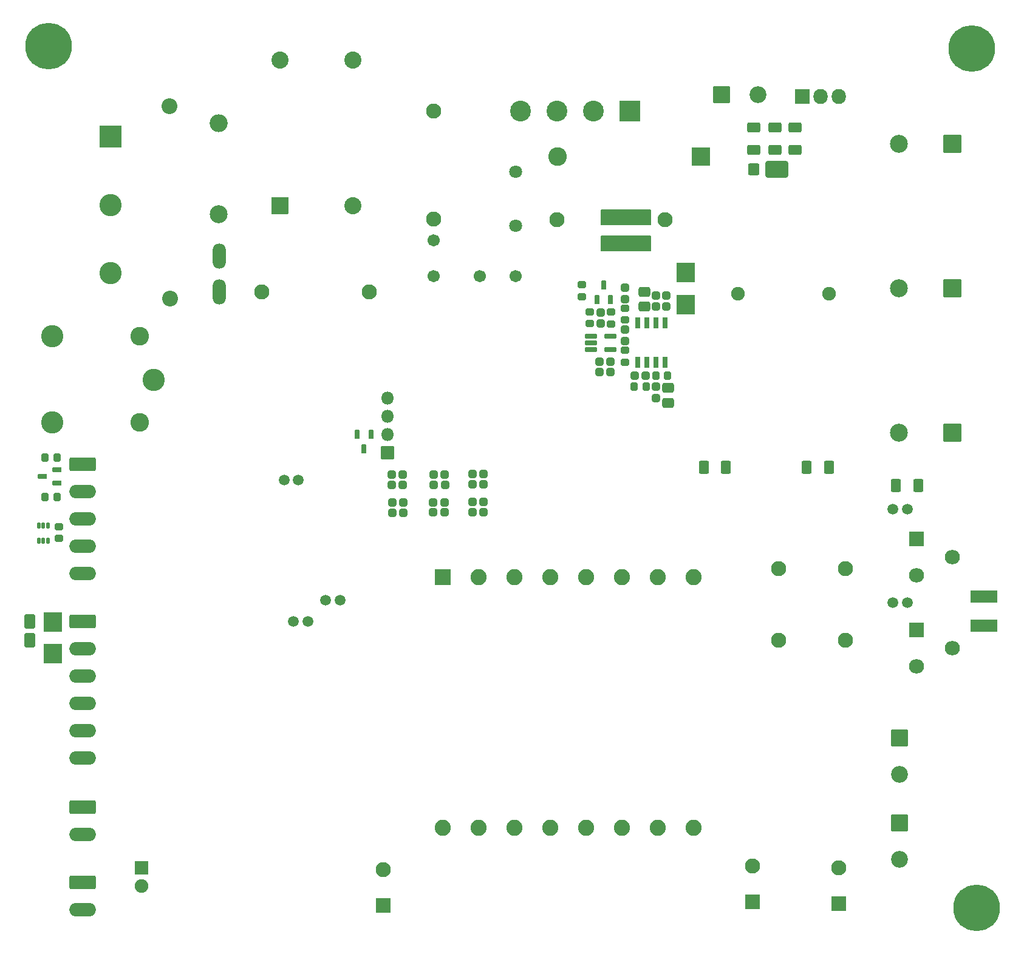
<source format=gbr>
%TF.GenerationSoftware,KiCad,Pcbnew,8.0.4*%
%TF.CreationDate,2024-10-07T12:26:18+07:00*%
%TF.ProjectId,PFC & LLC,50464320-2620-44c4-9c43-2e6b69636164,rev?*%
%TF.SameCoordinates,Original*%
%TF.FileFunction,Soldermask,Bot*%
%TF.FilePolarity,Negative*%
%FSLAX46Y46*%
G04 Gerber Fmt 4.6, Leading zero omitted, Abs format (unit mm)*
G04 Created by KiCad (PCBNEW 8.0.4) date 2024-10-07 12:26:18*
%MOMM*%
%LPD*%
G01*
G04 APERTURE LIST*
G04 Aperture macros list*
%AMRoundRect*
0 Rectangle with rounded corners*
0 $1 Rounding radius*
0 $2 $3 $4 $5 $6 $7 $8 $9 X,Y pos of 4 corners*
0 Add a 4 corners polygon primitive as box body*
4,1,4,$2,$3,$4,$5,$6,$7,$8,$9,$2,$3,0*
0 Add four circle primitives for the rounded corners*
1,1,$1+$1,$2,$3*
1,1,$1+$1,$4,$5*
1,1,$1+$1,$6,$7*
1,1,$1+$1,$8,$9*
0 Add four rect primitives between the rounded corners*
20,1,$1+$1,$2,$3,$4,$5,0*
20,1,$1+$1,$4,$5,$6,$7,0*
20,1,$1+$1,$6,$7,$8,$9,0*
20,1,$1+$1,$8,$9,$2,$3,0*%
G04 Aperture macros list end*
%ADD10C,0.200000*%
%ADD11RoundRect,0.050800X1.250000X1.250000X-1.250000X1.250000X-1.250000X-1.250000X1.250000X-1.250000X0*%
%ADD12C,2.601600*%
%ADD13C,3.101600*%
%ADD14RoundRect,0.050800X-0.900000X0.900000X-0.900000X-0.900000X0.900000X-0.900000X0.900000X0.900000X0*%
%ADD15C,1.901600*%
%ADD16RoundRect,0.050800X1.000000X-1.000000X1.000000X1.000000X-1.000000X1.000000X-1.000000X-1.000000X0*%
%ADD17C,2.101600*%
%ADD18RoundRect,0.050800X1.400000X1.400000X-1.400000X1.400000X-1.400000X-1.400000X1.400000X-1.400000X0*%
%ADD19C,2.901600*%
%ADD20RoundRect,0.050800X-1.000000X0.952500X-1.000000X-0.952500X1.000000X-0.952500X1.000000X0.952500X0*%
%ADD21O,2.101600X2.006600*%
%ADD22C,1.501600*%
%ADD23C,0.901600*%
%ADD24C,6.501600*%
%ADD25RoundRect,0.264111X-1.586689X0.686689X-1.586689X-0.686689X1.586689X-0.686689X1.586689X0.686689X0*%
%ADD26O,3.701600X1.901600*%
%ADD27RoundRect,0.050800X-1.117600X1.117600X-1.117600X-1.117600X1.117600X-1.117600X1.117600X1.117600X0*%
%ADD28C,2.336800*%
%ADD29C,2.204000*%
%ADD30RoundRect,0.050800X-1.500000X1.500000X-1.500000X-1.500000X1.500000X-1.500000X1.500000X1.500000X0*%
%ADD31RoundRect,0.050800X0.850000X0.850000X-0.850000X0.850000X-0.850000X-0.850000X0.850000X-0.850000X0*%
%ADD32O,1.801600X1.801600*%
%ADD33RoundRect,0.050800X1.075000X-1.075000X1.075000X1.075000X-1.075000X1.075000X-1.075000X-1.075000X0*%
%ADD34C,2.251600*%
%ADD35O,1.854000X3.504000*%
%ADD36RoundRect,0.050800X1.200000X1.200000X-1.200000X1.200000X-1.200000X-1.200000X1.200000X-1.200000X0*%
%ADD37C,2.501600*%
%ADD38RoundRect,0.050800X-1.117600X-1.117600X1.117600X-1.117600X1.117600X1.117600X-1.117600X1.117600X0*%
%ADD39RoundRect,0.050800X-0.952500X-1.000000X0.952500X-1.000000X0.952500X1.000000X-0.952500X1.000000X0*%
%ADD40O,2.006600X2.101600*%
%ADD41C,1.701600*%
%ADD42C,1.801600*%
%ADD43C,1.904000*%
%ADD44RoundRect,0.050800X1.143000X-1.143000X1.143000X1.143000X-1.143000X1.143000X-1.143000X-1.143000X0*%
%ADD45C,2.387600*%
%ADD46O,2.501600X2.501600*%
%ADD47RoundRect,0.276000X0.301000X-0.276000X0.301000X0.276000X-0.301000X0.276000X-0.301000X-0.276000X0*%
%ADD48RoundRect,0.293404X0.533596X-0.396096X0.533596X0.396096X-0.533596X0.396096X-0.533596X-0.396096X0*%
%ADD49RoundRect,0.102000X1.755000X-0.785000X1.755000X0.785000X-1.755000X0.785000X-1.755000X-0.785000X0*%
%ADD50RoundRect,0.276000X-0.276000X-0.301000X0.276000X-0.301000X0.276000X0.301000X-0.276000X0.301000X0*%
%ADD51RoundRect,0.269539X-0.431261X-0.656261X0.431261X-0.656261X0.431261X0.656261X-0.431261X0.656261X0*%
%ADD52RoundRect,0.050800X0.177800X-0.368300X0.177800X0.368300X-0.177800X0.368300X-0.177800X-0.368300X0*%
%ADD53RoundRect,0.259080X-0.502920X0.747920X-0.502920X-0.747920X0.502920X-0.747920X0.502920X0.747920X0*%
%ADD54RoundRect,0.269539X0.656261X-0.431261X0.656261X0.431261X-0.656261X0.431261X-0.656261X-0.431261X0*%
%ADD55RoundRect,0.276000X-0.301000X0.276000X-0.301000X-0.276000X0.301000X-0.276000X0.301000X0.276000X0*%
%ADD56RoundRect,0.251000X-0.326000X0.251000X-0.326000X-0.251000X0.326000X-0.251000X0.326000X0.251000X0*%
%ADD57RoundRect,0.276000X0.276000X0.301000X-0.276000X0.301000X-0.276000X-0.301000X0.276000X-0.301000X0*%
%ADD58RoundRect,0.261545X1.339255X0.889255X-1.339255X0.889255X-1.339255X-0.889255X1.339255X-0.889255X0*%
%ADD59RoundRect,0.266933X0.533867X0.543867X-0.533867X0.543867X-0.533867X-0.543867X0.533867X-0.543867X0*%
%ADD60RoundRect,0.050800X-0.266700X-0.584200X0.266700X-0.584200X0.266700X0.584200X-0.266700X0.584200X0*%
%ADD61RoundRect,0.187900X-0.642900X-0.187900X0.642900X-0.187900X0.642900X0.187900X-0.642900X0.187900X0*%
%ADD62RoundRect,0.050800X0.266700X0.584200X-0.266700X0.584200X-0.266700X-0.584200X0.266700X-0.584200X0*%
%ADD63RoundRect,0.251000X0.251000X0.326000X-0.251000X0.326000X-0.251000X-0.326000X0.251000X-0.326000X0*%
%ADD64RoundRect,0.102000X-1.200000X-1.250000X1.200000X-1.250000X1.200000X1.250000X-1.200000X1.250000X0*%
%ADD65RoundRect,0.050800X0.266700X-0.730250X0.266700X0.730250X-0.266700X0.730250X-0.266700X-0.730250X0*%
%ADD66RoundRect,0.102000X1.200000X1.250000X-1.200000X1.250000X-1.200000X-1.250000X1.200000X-1.250000X0*%
%ADD67RoundRect,0.251000X0.326000X-0.251000X0.326000X0.251000X-0.326000X0.251000X-0.326000X-0.251000X0*%
%ADD68RoundRect,0.050800X-0.584200X0.266700X-0.584200X-0.266700X0.584200X-0.266700X0.584200X0.266700X0*%
%ADD69RoundRect,0.293404X-0.533596X0.396096X-0.533596X-0.396096X0.533596X-0.396096X0.533596X0.396096X0*%
G04 APERTURE END LIST*
D10*
X104025400Y-57734200D02*
X110908800Y-57734200D01*
X110908800Y-59791600D01*
X104025400Y-59791600D01*
X104025400Y-57734200D01*
G36*
X104025400Y-57734200D02*
G01*
X110908800Y-57734200D01*
X110908800Y-59791600D01*
X104025400Y-59791600D01*
X104025400Y-57734200D01*
G37*
X104038400Y-61384800D02*
X110921800Y-61384800D01*
X110921800Y-63442200D01*
X104038400Y-63442200D01*
X104038400Y-61384800D01*
G36*
X104038400Y-61384800D02*
G01*
X110921800Y-61384800D01*
X110921800Y-63442200D01*
X104038400Y-63442200D01*
X104038400Y-61384800D01*
G37*
D11*
%TO.C,D4*%
X117980000Y-50310400D03*
D12*
X97920000Y-50310400D03*
%TD*%
D13*
%TO.C,K1*%
X41689600Y-81399200D03*
D12*
X39739600Y-75349200D03*
D13*
X27539600Y-75349200D03*
X27489600Y-87399200D03*
D12*
X39739600Y-87349200D03*
%TD*%
D14*
%TO.C,D9*%
X39981100Y-149493200D03*
D15*
X39981100Y-152033200D03*
%TD*%
D16*
%TO.C,C38*%
X137185400Y-154504400D03*
D17*
X137185400Y-149504400D03*
%TD*%
D18*
%TO.C,D2*%
X108039900Y-43953000D03*
D19*
X102959900Y-43953000D03*
X97879900Y-43953000D03*
X92799900Y-43953000D03*
%TD*%
D20*
%TO.C,Q4*%
X148007580Y-103625000D03*
D21*
X153007580Y-106165000D03*
X148007580Y-108705000D03*
%TD*%
D22*
%TO.C,VoltageLLC*%
X63153800Y-115156600D03*
X61153800Y-115156600D03*
%TD*%
D23*
%TO.C,H3*%
X153276600Y-35172000D03*
X153979544Y-33474944D03*
X153979544Y-36869056D03*
X155676600Y-32772000D03*
D24*
X155676600Y-35172000D03*
D23*
X155676600Y-37572000D03*
X157373656Y-33474944D03*
X157373656Y-36869056D03*
X158076600Y-35172000D03*
%TD*%
D25*
%TO.C,J2*%
X31724600Y-151580200D03*
D26*
X31724600Y-155390200D03*
%TD*%
D27*
%TO.C,D8*%
X145656300Y-131412600D03*
D28*
X145656300Y-136492600D03*
%TD*%
D29*
%TO.C,F1*%
X43903600Y-70122400D03*
X43878200Y-43223800D03*
%TD*%
D25*
%TO.C,J6*%
X31735800Y-93164400D03*
D26*
X31735800Y-96974400D03*
X31735800Y-100784400D03*
X31735800Y-104594400D03*
X31735800Y-108404400D03*
%TD*%
D30*
%TO.C,J1*%
X35610200Y-47516002D03*
D13*
X35610200Y-57016000D03*
X35610200Y-66515999D03*
%TD*%
D23*
%TO.C,H2*%
X153962400Y-155110800D03*
X154665344Y-153413744D03*
X154665344Y-156807856D03*
X156362400Y-152710800D03*
D24*
X156362400Y-155110800D03*
D23*
X156362400Y-157510800D03*
X158059456Y-153413744D03*
X158059456Y-156807856D03*
X158762400Y-155110800D03*
%TD*%
%TO.C,H1*%
X24625600Y-34841800D03*
X25328544Y-33144744D03*
X25328544Y-36538856D03*
X27025600Y-32441800D03*
D24*
X27025600Y-34841800D03*
D23*
X27025600Y-37241800D03*
X28722656Y-33144744D03*
X28722656Y-36538856D03*
X29425600Y-34841800D03*
%TD*%
D22*
%TO.C,VACIN*%
X59842400Y-95420800D03*
X61842400Y-95420800D03*
%TD*%
D31*
%TO.C,J5*%
X74218800Y-91606800D03*
D32*
X74218800Y-89066800D03*
X74218800Y-86526800D03*
X74218800Y-83986800D03*
%TD*%
D33*
%TO.C,L3*%
X81943800Y-108912600D03*
D34*
X86943800Y-108912600D03*
X91943800Y-108912600D03*
X96943800Y-108912600D03*
X101943800Y-108912600D03*
X106943800Y-108912600D03*
X111943800Y-108912600D03*
X116943800Y-108912600D03*
X116943800Y-143912600D03*
X111943800Y-143912600D03*
X106943800Y-143912600D03*
X101943800Y-143912600D03*
X96943800Y-143912600D03*
X91943800Y-143912600D03*
X86943800Y-143912600D03*
X81943800Y-143912600D03*
%TD*%
D17*
%TO.C,C33*%
X128761600Y-107766700D03*
X128761600Y-117766500D03*
%TD*%
D35*
%TO.C,RV1*%
X50761600Y-69186100D03*
X50761600Y-64186100D03*
%TD*%
D25*
%TO.C,J3*%
X31723100Y-115131200D03*
D26*
X31723100Y-118941200D03*
X31723100Y-122751200D03*
X31723100Y-126561200D03*
X31723100Y-130371200D03*
X31723100Y-134181200D03*
%TD*%
D22*
%TO.C,CurrentACS*%
X67659000Y-112184800D03*
X65659000Y-112184800D03*
%TD*%
D20*
%TO.C,Q5*%
X148007580Y-116299600D03*
D21*
X153007580Y-118839600D03*
X148007580Y-121379600D03*
%TD*%
D36*
%TO.C,C23*%
X153007580Y-48481600D03*
D37*
X145507580Y-48481600D03*
%TD*%
D22*
%TO.C,PWM2*%
X144705600Y-112489600D03*
X146705600Y-112489600D03*
%TD*%
D38*
%TO.C,D5*%
X120853200Y-41627600D03*
D28*
X125933200Y-41627600D03*
%TD*%
D25*
%TO.C,J4*%
X31724600Y-141013800D03*
D26*
X31724600Y-144823800D03*
%TD*%
D17*
%TO.C,C1*%
X56729800Y-69186100D03*
X71729600Y-69186100D03*
%TD*%
D27*
%TO.C,D7*%
X145656300Y-143223600D03*
D28*
X145656300Y-148303600D03*
%TD*%
D16*
%TO.C,C41*%
X73654200Y-154758400D03*
D17*
X73654200Y-149758400D03*
%TD*%
D36*
%TO.C,C24*%
X153007580Y-68661900D03*
D37*
X145507580Y-68661900D03*
%TD*%
D39*
%TO.C,Q2*%
X132105400Y-41903000D03*
D40*
X134645400Y-41903000D03*
X137185400Y-41903000D03*
%TD*%
D22*
%TO.C,PWM1*%
X144705600Y-99459400D03*
X146705600Y-99459400D03*
%TD*%
D41*
%TO.C,C5*%
X80670400Y-66932800D03*
X80670400Y-61932800D03*
%TD*%
D16*
%TO.C,C36*%
X125165400Y-154250400D03*
D17*
X125165400Y-149250400D03*
%TD*%
D42*
%TO.C,TH1*%
X92100400Y-59893200D03*
X92100400Y-52393200D03*
%TD*%
D17*
%TO.C,C17*%
X112907400Y-59072800D03*
X97907600Y-59072800D03*
%TD*%
D43*
%TO.C,L2*%
X123113800Y-69436600D03*
X135813800Y-69436600D03*
%TD*%
D41*
%TO.C,C9*%
X87100400Y-66932800D03*
X92100400Y-66932800D03*
%TD*%
D36*
%TO.C,C25*%
X153007580Y-88842200D03*
D37*
X145507580Y-88842200D03*
%TD*%
D17*
%TO.C,C12*%
X80686300Y-58966600D03*
X80686300Y-43966800D03*
%TD*%
D44*
%TO.C,L1*%
X59283600Y-57117600D03*
D45*
X59283600Y-36797600D03*
X69443600Y-36797600D03*
X69443600Y-57117600D03*
%TD*%
D37*
%TO.C,R7*%
X50695700Y-58365100D03*
D46*
X50695700Y-45665100D03*
%TD*%
D17*
%TO.C,C32*%
X138134200Y-107766700D03*
X138134200Y-117766500D03*
%TD*%
D47*
%TO.C,C14*%
X111709200Y-83959350D03*
X111709200Y-82409350D03*
%TD*%
D48*
%TO.C,C13*%
X113360200Y-84637650D03*
X113360200Y-82562650D03*
%TD*%
D49*
%TO.C,C29*%
X157378400Y-115725800D03*
X157378400Y-111691800D03*
%TD*%
D50*
%TO.C,C27*%
X103796800Y-78891750D03*
X105346800Y-78891750D03*
%TD*%
D51*
%TO.C,R19*%
X132714400Y-93642800D03*
X135814400Y-93642800D03*
%TD*%
D50*
%TO.C,C15*%
X108699000Y-80872950D03*
X110249000Y-80872950D03*
%TD*%
D52*
%TO.C,D15*%
X26948800Y-103853600D03*
X26288400Y-103853600D03*
X25628000Y-103853600D03*
X25628000Y-101770800D03*
X26288400Y-101770800D03*
X26948800Y-101770800D03*
%TD*%
D53*
%TO.C,C74*%
X24398100Y-115128800D03*
X24398100Y-117728800D03*
%TD*%
D50*
%TO.C,C79*%
X74854400Y-94631401D03*
X76404400Y-94631401D03*
%TD*%
D54*
%TO.C,R15*%
X128244600Y-49320400D03*
X128244600Y-46220400D03*
%TD*%
D55*
%TO.C,C16*%
X107340400Y-68591750D03*
X107340400Y-70141750D03*
%TD*%
D47*
%TO.C,C18*%
X107340400Y-75983750D03*
X107340400Y-74433750D03*
%TD*%
D56*
%TO.C,R22*%
X105371000Y-71971150D03*
X105371000Y-73621150D03*
%TD*%
D55*
%TO.C,C20*%
X113157000Y-69683950D03*
X113157000Y-71233950D03*
%TD*%
D50*
%TO.C,C77*%
X80720600Y-96053801D03*
X82270600Y-96053801D03*
%TD*%
D57*
%TO.C,C28*%
X105346800Y-80314150D03*
X103796800Y-80314150D03*
%TD*%
D58*
%TO.C,D3*%
X128540200Y-52037600D03*
D59*
X125320200Y-52037600D03*
%TD*%
D50*
%TO.C,C92*%
X74930600Y-99940001D03*
X76480600Y-99940001D03*
%TD*%
D56*
%TO.C,R12*%
X107352200Y-71437750D03*
X107352200Y-73087750D03*
%TD*%
D54*
%TO.C,R16*%
X125320200Y-49330300D03*
X125320200Y-46230300D03*
%TD*%
D60*
%TO.C,D14*%
X70042999Y-89066800D03*
X71943001Y-89066800D03*
X70993000Y-91098800D03*
%TD*%
D61*
%TO.C,U4*%
X102637600Y-77225550D03*
X102637600Y-76275550D03*
X102637600Y-75325550D03*
X105337600Y-75325550D03*
X105337600Y-77225550D03*
%TD*%
D50*
%TO.C,C78*%
X86067600Y-96028401D03*
X87617600Y-96028401D03*
%TD*%
D62*
%TO.C,Q3*%
X105344001Y-70255750D03*
X103443999Y-70255750D03*
X104394000Y-68223750D03*
%TD*%
D50*
%TO.C,C87*%
X80644400Y-99914601D03*
X82194400Y-99914601D03*
%TD*%
D54*
%TO.C,R14*%
X105169000Y-62172800D03*
X105169000Y-59072800D03*
%TD*%
D55*
%TO.C,C26*%
X103936800Y-72020750D03*
X103936800Y-73570750D03*
%TD*%
D54*
%TO.C,R11*%
X109868000Y-62172800D03*
X109868000Y-59072800D03*
%TD*%
D63*
%TO.C,R8*%
X113321200Y-80859350D03*
X111671200Y-80859350D03*
%TD*%
%TO.C,R62*%
X28168600Y-97794800D03*
X26518600Y-97794800D03*
%TD*%
D54*
%TO.C,R17*%
X131064000Y-49345800D03*
X131064000Y-46245800D03*
%TD*%
D64*
%TO.C,C8*%
X115798600Y-70935200D03*
X115798600Y-66464800D03*
%TD*%
D65*
%TO.C,U3*%
X112953800Y-78942550D03*
X111683800Y-78942550D03*
X110413800Y-78942550D03*
X109143800Y-78942550D03*
X109143800Y-73494250D03*
X110413800Y-73494250D03*
X111683800Y-73494250D03*
X112953800Y-73494250D03*
%TD*%
D50*
%TO.C,C88*%
X86067600Y-99889201D03*
X87617600Y-99889201D03*
%TD*%
%TO.C,C89*%
X74943000Y-98543001D03*
X76493000Y-98543001D03*
%TD*%
D51*
%TO.C,R20*%
X118338000Y-93642800D03*
X121438000Y-93642800D03*
%TD*%
D63*
%TO.C,R63*%
X28168600Y-92283000D03*
X26518600Y-92283000D03*
%TD*%
D50*
%TO.C,C84*%
X74854400Y-96079201D03*
X76404400Y-96079201D03*
%TD*%
%TO.C,C90*%
X80644400Y-98517601D03*
X82194400Y-98517601D03*
%TD*%
D56*
%TO.C,R23*%
X102475400Y-71945750D03*
X102475400Y-73595750D03*
%TD*%
%TO.C,R59*%
X28485200Y-101886000D03*
X28485200Y-103536000D03*
%TD*%
D66*
%TO.C,C72*%
X27609800Y-115177800D03*
X27609800Y-119648200D03*
%TD*%
D50*
%TO.C,C82*%
X80695200Y-94606001D03*
X82245200Y-94606001D03*
%TD*%
%TO.C,C91*%
X86067600Y-98492201D03*
X87617600Y-98492201D03*
%TD*%
D56*
%TO.C,R9*%
X107340400Y-77292550D03*
X107340400Y-78942550D03*
%TD*%
D50*
%TO.C,C83*%
X86067600Y-94580601D03*
X87617600Y-94580601D03*
%TD*%
D67*
%TO.C,R21*%
X101308800Y-69810350D03*
X101308800Y-68160350D03*
%TD*%
D54*
%TO.C,R13*%
X107594400Y-62172800D03*
X107594400Y-59072800D03*
%TD*%
D51*
%TO.C,R18*%
X145160400Y-96182800D03*
X148260400Y-96182800D03*
%TD*%
D63*
%TO.C,R10*%
X110298600Y-82383350D03*
X108648600Y-82383350D03*
%TD*%
D55*
%TO.C,C19*%
X111683800Y-69683950D03*
X111683800Y-71233950D03*
%TD*%
D68*
%TO.C,D16*%
X28168600Y-93962799D03*
X28168600Y-95862801D03*
X26136600Y-94912800D03*
%TD*%
D69*
%TO.C,C21*%
X110032800Y-69158050D03*
X110032800Y-71233050D03*
%TD*%
M02*

</source>
